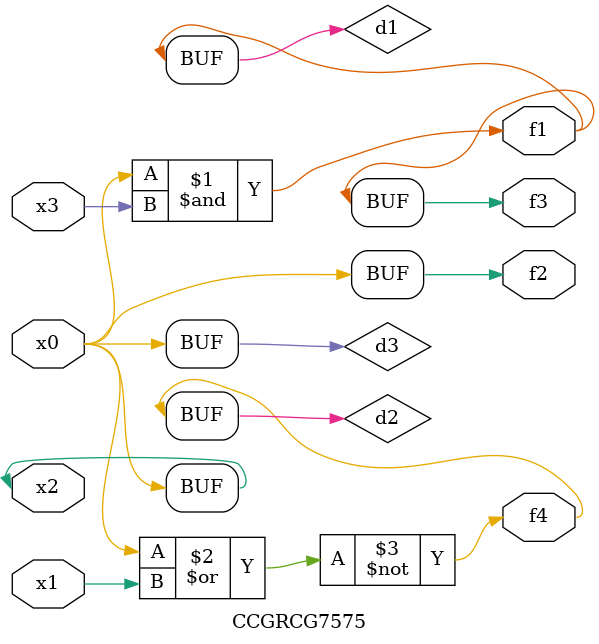
<source format=v>
module CCGRCG7575(
	input x0, x1, x2, x3,
	output f1, f2, f3, f4
);

	wire d1, d2, d3;

	and (d1, x2, x3);
	nor (d2, x0, x1);
	buf (d3, x0, x2);
	assign f1 = d1;
	assign f2 = d3;
	assign f3 = d1;
	assign f4 = d2;
endmodule

</source>
